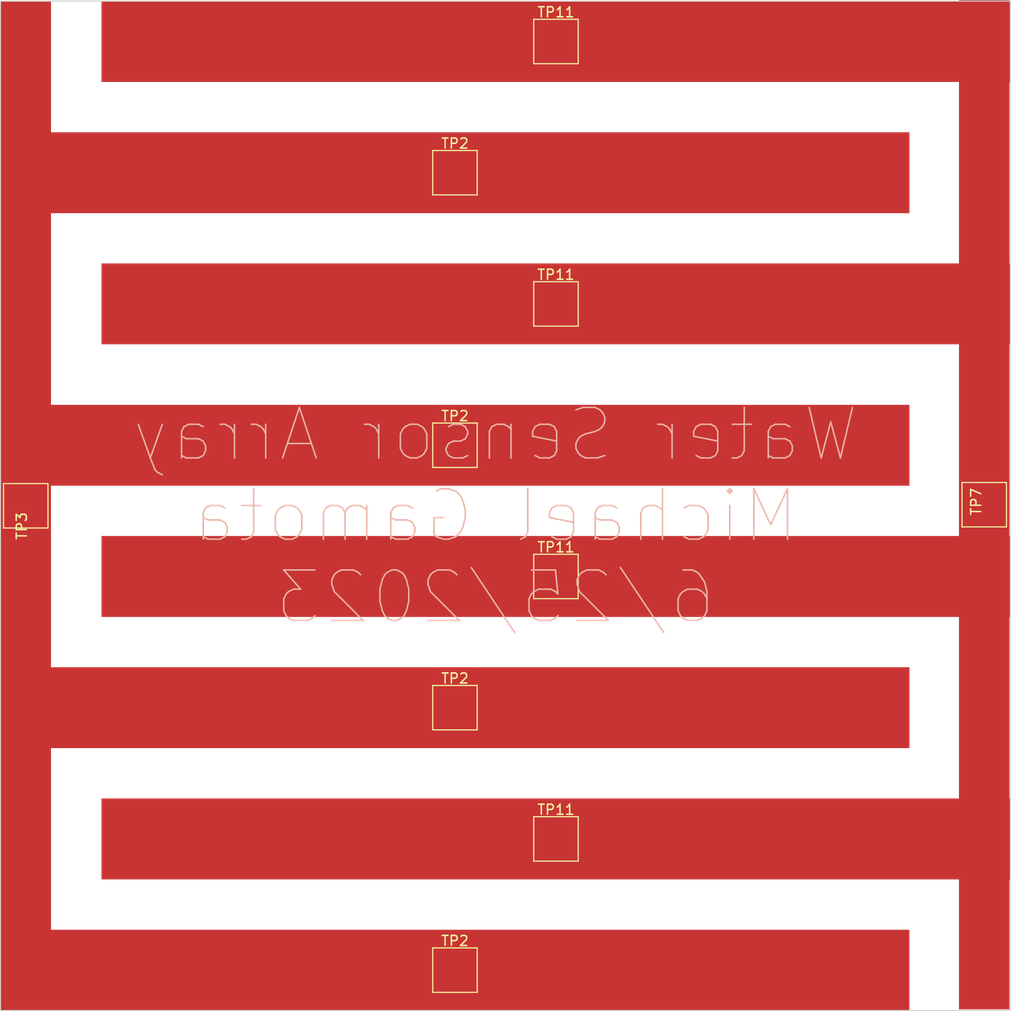
<source format=kicad_pcb>
(kicad_pcb (version 20211014) (generator pcbnew)
  (layers (0 "F.Cu" signal) (31 "B.Cu" signal) (34 "B.Paste" user) (35 "F.Paste" user) (36 "B.SilkS" user "B.Silkscreen") (37 "F.SilkS" user "F.Silkscreen") (38 "B.Mask" user) (39 "F.Mask" user) (44 "Edge.Cuts" user))
  (net 0 "")
  (net 1 "Probe A")
  (net 2 "Probe B")
  (footprint "" (layer "F.Cu") (at 134 81)
    (fp_text reference "" (at 0 0) (layer "F.SilkS") (effects (font (size 1.27 1.27))))
    (fp_text value "" (at 0 0) (layer "F.SilkS") (effects (font (size 1.27 1.27))))
    (pad "1" smd rect (at 0 0) (size 90 8) (layers "F.Cu" "F.Mask") (net 2 "Probe B"))
  )
  (footprint "TestPoint:TestPoint_Pad_4.0x4.0mm" (layer "F.Cu") (at 176.41 100.89 90)
    (fp_text reference "TP7" (at 0.3 -0.8 90) (layer "F.SilkS"))
    (fp_text value "TestPoint")
    (fp_line (start -2.2 2.2) (end -2.2 -2.2) (layer "F.SilkS") (width 0.12))
    (fp_line (start -2.2 -2.2) (end 2.2 -2.2) (layer "F.SilkS") (width 0.12))
    (fp_line (start 2.2 -2.2) (end 2.2 2.2) (layer "F.SilkS") (width 0.12))
    (fp_line (start 2.2 2.2) (end -2.2 2.2) (layer "F.SilkS") (width 0.12))
    (pad "1" smd rect (at 0 0 90) (size 100 5) (layers "F.Cu" "F.Mask") (net 2 "Probe B"))
  )
  (footprint "" (layer "F.Cu") (at 134 55)
    (fp_text reference "" (at 0 0) (layer "F.SilkS") (effects (font (size 1.27 1.27))))
    (fp_text value "" (at 0 0) (layer "F.SilkS") (effects (font (size 1.27 1.27))))
    (pad "1" smd rect (at 0 0) (size 90 8) (layers "F.Cu" "F.Mask") (net 2 "Probe B"))
  )
  (footprint "TestPoint:TestPoint_Pad_4.0x4.0mm" (layer "F.Cu") (at 134 81)
    (fp_text reference "TP11" (at 0 -2.898) (layer "F.SilkS"))
    (fp_text value "TestPoint")
    (fp_line (start -2.2 -2.2) (end 2.2 -2.2) (layer "F.SilkS") (width 0.12))
    (fp_line (start 2.2 -2.2) (end 2.2 2.2) (layer "F.SilkS") (width 0.12))
    (fp_line (start -2.2 2.2) (end -2.2 -2.2) (layer "F.SilkS") (width 0.12))
    (fp_line (start 2.2 2.2) (end -2.2 2.2) (layer "F.SilkS") (width 0.12))
    (pad "1" smd rect (at 0 0) (size 90 8) (layers "F.Cu" "F.Mask") (net 2 "Probe B"))
  )
  (footprint "TestPoint:TestPoint_Pad_4.0x4.0mm" (layer "F.Cu") (at 134 134)
    (fp_text reference "TP11" (at 0 -2.898) (layer "F.SilkS"))
    (fp_text value "TestPoint")
    (fp_line (start -2.2 -2.2) (end 2.2 -2.2) (layer "F.SilkS") (width 0.12))
    (fp_line (start 2.2 -2.2) (end 2.2 2.2) (layer "F.SilkS") (width 0.12))
    (fp_line (start -2.2 2.2) (end -2.2 -2.2) (layer "F.SilkS") (width 0.12))
    (fp_line (start 2.2 2.2) (end -2.2 2.2) (layer "F.SilkS") (width 0.12))
    (pad "1" smd rect (at 0 0) (size 90 8) (layers "F.Cu" "F.Mask") (net 2 "Probe B"))
  )
  (footprint "TestPoint:TestPoint_Pad_4.0x4.0mm" (layer "F.Cu") (at 134 55)
    (fp_text reference "TP11" (at 0 -2.898) (layer "F.SilkS"))
    (fp_text value "TestPoint")
    (fp_line (start 2.2 2.2) (end -2.2 2.2) (layer "F.SilkS") (width 0.12))
    (fp_line (start 2.2 -2.2) (end 2.2 2.2) (layer "F.SilkS") (width 0.12))
    (fp_line (start -2.2 -2.2) (end 2.2 -2.2) (layer "F.SilkS") (width 0.12))
    (fp_line (start -2.2 2.2) (end -2.2 -2.2) (layer "F.SilkS") (width 0.12))
    (pad "1" smd rect (at 0 0) (size 90 8) (layers "F.Cu" "F.Mask") (net 2 "Probe B"))
  )
  (footprint "" (layer "F.Cu") (at 134 134)
    (fp_text reference "" (at 0 0) (layer "F.SilkS") (effects (font (size 1.27 1.27))))
    (fp_text value "" (at 0 0) (layer "F.SilkS") (effects (font (size 1.27 1.27))))
    (pad "1" smd rect (at 0 0) (size 90 8) (layers "F.Cu" "F.Mask") (net 2 "Probe B"))
  )
  (footprint "TestPoint:TestPoint_Pad_4.0x4.0mm" (layer "F.Cu") (at 124 95)
    (fp_text reference "TP2" (at 0 -2.898) (layer "F.SilkS"))
    (fp_text value "TestPoint")
    (fp_line (start 2.2 2.2) (end -2.2 2.2) (layer "F.SilkS") (width 0.12))
    (fp_line (start 2.2 -2.2) (end 2.2 2.2) (layer "F.SilkS") (width 0.12))
    (fp_line (start -2.2 2.2) (end -2.2 -2.2) (layer "F.SilkS") (width 0.12))
    (fp_line (start -2.2 -2.2) (end 2.2 -2.2) (layer "F.SilkS") (width 0.12))
    (pad "1" smd rect (at 0 0) (size 90 8) (layers "F.Cu" "F.Mask") (net 1 "Probe A"))
  )
  (footprint "" (layer "F.Cu") (at 124 95)
    (fp_text reference "" (at 0 0) (layer "F.SilkS") (effects (font (size 1.27 1.27))))
    (fp_text value "" (at 0 0) (layer "F.SilkS") (effects (font (size 1.27 1.27))))
    (pad "1" smd rect (at 0 0) (size 90 8) (layers "F.Cu" "F.Mask") (net 1 "Probe A"))
  )
  (footprint "TestPoint:TestPoint_Pad_4.0x4.0mm" (layer "F.Cu") (at 134 108)
    (fp_text reference "TP11" (at 0 -2.898) (layer "F.SilkS"))
    (fp_text value "TestPoint")
    (fp_line (start -2.2 2.2) (end -2.2 -2.2) (layer "F.SilkS") (width 0.12))
    (fp_line (start 2.2 2.2) (end -2.2 2.2) (layer "F.SilkS") (width 0.12))
    (fp_line (start 2.2 -2.2) (end 2.2 2.2) (layer "F.SilkS") (width 0.12))
    (fp_line (start -2.2 -2.2) (end 2.2 -2.2) (layer "F.SilkS") (width 0.12))
    (pad "1" smd rect (at 0 0) (size 90 8) (layers "F.Cu" "F.Mask") (net 2 "Probe B"))
  )
  (footprint "" (layer "F.Cu") (at 124 68)
    (fp_text reference "" (at 0 0) (layer "F.SilkS") (effects (font (size 1.27 1.27))))
    (fp_text value "" (at 0 0) (layer "F.SilkS") (effects (font (size 1.27 1.27))))
    (pad "1" smd rect (at 0 0) (size 90 8) (layers "F.Cu" "F.Mask") (net 1 "Probe A"))
  )
  (footprint "TestPoint:TestPoint_Pad_4.0x4.0mm" (layer "F.Cu") (at 124 68)
    (fp_text reference "TP2" (at 0 -2.898) (layer "F.SilkS"))
    (fp_text value "TestPoint")
    (fp_line (start -2.2 2.2) (end -2.2 -2.2) (layer "F.SilkS") (width 0.12))
    (fp_line (start 2.2 -2.2) (end 2.2 2.2) (layer "F.SilkS") (width 0.12))
    (fp_line (start -2.2 -2.2) (end 2.2 -2.2) (layer "F.SilkS") (width 0.12))
    (fp_line (start 2.2 2.2) (end -2.2 2.2) (layer "F.SilkS") (width 0.12))
    (pad "1" smd rect (at 0 0) (size 90 8) (layers "F.Cu" "F.Mask") (net 1 "Probe A"))
  )
  (footprint "" (layer "F.Cu") (at 134 108)
    (fp_text reference "" (at 0 0) (layer "F.SilkS") (effects (font (size 1.27 1.27))))
    (fp_text value "" (at 0 0) (layer "F.SilkS") (effects (font (size 1.27 1.27))))
    (pad "1" smd rect (at 0 0) (size 90 8) (layers "F.Cu" "F.Mask") (net 2 "Probe B"))
  )
  (footprint "" (layer "F.Cu") (at 134 55)
    (fp_text reference "" (at 0 0) (layer "F.SilkS") (effects (font (size 1.27 1.27))))
    (fp_text value "" (at 0 0) (layer "F.SilkS") (effects (font (size 1.27 1.27))))
    (pad "1" smd rect (at 0 0) (size 90 8) (layers "F.Cu" "F.Mask") (net 2 "Probe B"))
  )
  (footprint "" (layer "F.Cu") (at 134 55)
    (fp_text reference "" (at 0 0) (layer "F.SilkS") (effects (font (size 1.27 1.27))))
    (fp_text value "" (at 0 0) (layer "F.SilkS") (effects (font (size 1.27 1.27))))
    (pad "1" smd rect (at 0 0) (size 90 8) (layers "F.Cu" "F.Mask") (net 2 "Probe B"))
  )
  (footprint "TestPoint:TestPoint_Pad_4.0x4.0mm" (layer "F.Cu") (at 81.5 101 90)
    (fp_text reference "TP3" (at -2 -0.4 90) (layer "F.SilkS"))
    (fp_text value "TestPoint")
    (fp_line (start 2.2 -2.2) (end 2.2 2.2) (layer "F.SilkS") (width 0.12))
    (fp_line (start -2.2 -2.2) (end 2.2 -2.2) (layer "F.SilkS") (width 0.12))
    (fp_line (start 2.2 2.2) (end -2.2 2.2) (layer "F.SilkS") (width 0.12))
    (fp_line (start -2.2 2.2) (end -2.2 -2.2) (layer "F.SilkS") (width 0.12))
    (pad "1" smd rect (at 0 0 90) (size 100 5) (layers "F.Cu" "F.Mask") (net 1 "Probe A"))
  )
  (footprint "TestPoint:TestPoint_Pad_4.0x4.0mm" (layer "F.Cu") (at 124 147)
    (fp_text reference "TP2" (at 0 -2.898) (layer "F.SilkS"))
    (fp_text value "TestPoint")
    (fp_line (start 2.2 2.2) (end -2.2 2.2) (layer "F.SilkS") (width 0.12))
    (fp_line (start 2.2 -2.2) (end 2.2 2.2) (layer "F.SilkS") (width 0.12))
    (fp_line (start -2.2 2.2) (end -2.2 -2.2) (layer "F.SilkS") (width 0.12))
    (fp_line (start -2.2 -2.2) (end 2.2 -2.2) (layer "F.SilkS") (width 0.12))
    (pad "1" smd rect (at 0 0) (size 90 8) (layers "F.Cu" "F.Mask") (net 1 "Probe A"))
  )
  (footprint "TestPoint:TestPoint_Pad_4.0x4.0mm" (layer "F.Cu") (at 124 121)
    (fp_text reference "TP2" (at 0 -2.898) (layer "F.SilkS"))
    (fp_text value "TestPoint")
    (fp_line (start -2.2 2.2) (end -2.2 -2.2) (layer "F.SilkS") (width 0.12))
    (fp_line (start 2.2 -2.2) (end 2.2 2.2) (layer "F.SilkS") (width 0.12))
    (fp_line (start -2.2 -2.2) (end 2.2 -2.2) (layer "F.SilkS") (width 0.12))
    (fp_line (start 2.2 2.2) (end -2.2 2.2) (layer "F.SilkS") (width 0.12))
    (pad "1" smd rect (at 0 0) (size 90 8) (layers "F.Cu" "F.Mask") (net 1 "Probe A"))
  )
  (footprint "" (layer "F.Cu") (at 124 121)
    (fp_text reference "" (at 0 0) (layer "F.SilkS") (effects (font (size 1.27 1.27))))
    (fp_text value "" (at 0 0) (layer "F.SilkS") (effects (font (size 1.27 1.27))))
    (pad "1" smd rect (at 0 0) (size 90 8) (layers "F.Cu" "F.Mask") (net 1 "Probe A"))
  )
  (gr_rect (start 79 51) (end 179 151) (layer "Edge.Cuts") (width 0.1) (fill none))
  (gr_text "Water Sensor Array\nMichael Gamota\n6/25/2023" (at 128 102) (layer "B.SilkS") (effects (font (size 5 5)) (justify mirror)))
)
</source>
